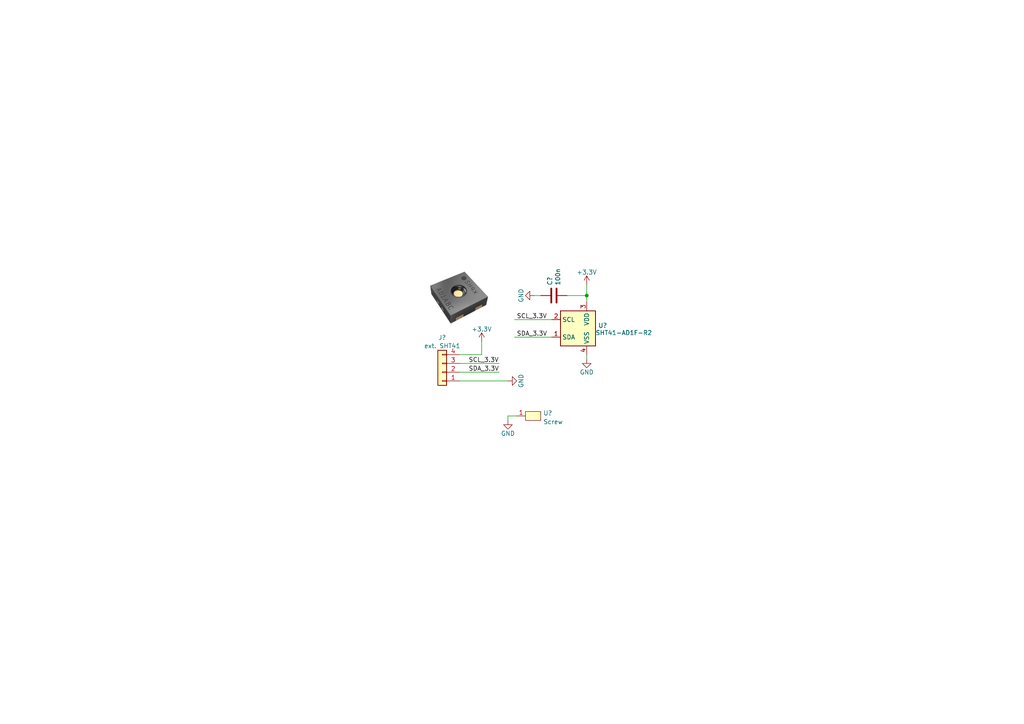
<source format=kicad_sch>
(kicad_sch (version 20211123) (generator eeschema)
  (paper "A4")
  (lib_symbols
    (symbol "Connector_Generic:Conn_01x04" (pin_names (offset 1.016) hide)
      (property "Reference" "J" (at 0 5.08 0))
      (property "Value" "Conn_01x04" (at 0 -7.62 0))
      (symbol "Conn_01x04_1_1"
        (rectangle (start -1.27 -4.953) (end 0 -5.207) (stroke (width 0.1524)))
        (rectangle (start -1.27 -2.413) (end 0 -2.667) (stroke (width 0.1524)))
        (rectangle (start -1.27 0.127) (end 0 -0.127) (stroke (width 0.1524)))
        (rectangle (start -1.27 2.667) (end 0 2.413) (stroke (width 0.1524)))
        (rectangle (start -1.27 3.81) (end 1.27 -6.35) (stroke (width 0.254)) (fill (type background)))
        (pin passive line (at -5.08 2.54 0) (length 3.81) (name "Pin_1") (number "1"))
        (pin passive line (at -5.08 0 0) (length 3.81) (name "Pin_2") (number "2"))
        (pin passive line (at -5.08 -2.54 0) (length 3.81) (name "Pin_3") (number "3"))
        (pin passive line (at -5.08 -5.08 0) (length 3.81) (name "Pin_4") (number "4"))
      )
    )
    (symbol "Device:C" (pin_numbers hide) (pin_names (offset 0.254))
      (property "Reference" "C" (at 0.635 2.54 0))
      (property "Value" "C" (at 0.635 -2.54 0))
      (symbol "C_0_1"
        (polyline (pts (xy -2.032 -0.762) (xy 2.032 -0.762)) (stroke (width 0.508)))
        (polyline (pts (xy -2.032 0.762) (xy 2.032 0.762)) (stroke (width 0.508)))
      )
      (symbol "C_1_1"
        (pin passive line (at 0 3.81 270) (length 2.794) (name "~") (number "1"))
        (pin passive line (at 0 -3.81 90) (length 2.794) (name "~") (number "2"))
      )
    )
    (symbol "Sensor_Humidity:SHT4x"
      (property "Reference" "U" (at 0 8.89 0))
      (property "Value" "SHT4x" (at 0 6.35 0))
      (symbol "SHT4x_1_1"
        (rectangle (start -5.08 5.08) (end 5.08 -5.08) (stroke (width 0.254)) (fill (type background)))
        (pin bidirectional line (at -7.62 -2.54 0) (length 2.54) (name "SDA") (number "1"))
        (pin input line (at -7.62 2.54 0) (length 2.54) (name "SCL") (number "2"))
        (pin power_in line (at 2.54 7.62 270) (length 2.54) (name "VDD") (number "3"))
        (pin power_in line (at 2.54 -7.62 90) (length 2.54) (name "VSS") (number "4"))
      )
    )
    (symbol "_symbols:Via_ScrewHole_3mm"
      (property "Reference" "U" (at 0 4.445 0))
      (property "Value" "Via_ScrewHole_3mm" (at 0 2.54 0))
      (symbol "Via_ScrewHole_3mm_0_1"
        (rectangle (start -2.54 1.27) (end 1.905 -1.27) (stroke (width 0.1524)) (fill (type background)))
      )
      (symbol "Via_ScrewHole_3mm_1_1"
        (pin passive line (at -5.08 0 0) (length 2.54) (name "") (number "1"))
      )
    )
    (symbol "power:+3.3V" (power) (pin_names (offset 0))
      (property "Value" "+3.3V" (at 0 3.556 0))
      (symbol "+3.3V_0_1"
        (polyline (pts (xy -0.762 1.27) (xy 0 2.54)))
        (polyline (pts (xy 0 0) (xy 0 2.54)))
        (polyline (pts (xy 0 2.54) (xy 0.762 1.27)))
      )
      (symbol "+3.3V_1_1"
        (pin power_in line (at 0 0 90) (length 0) hide (name "+3.3V") (number "1"))
      )
    )
    (symbol "power:GND" (power) (pin_names (offset 0))
      (property "Value" "GND" (at 0 -3.81 0))
      (symbol "GND_0_1"
        (polyline (pts (xy 0 0) (xy 0 -1.27) (xy 1.27 -1.27) (xy 0 -2.54) (xy -1.27 -1.27) (xy 0 -1.27)))
      )
      (symbol "GND_1_1"
        (pin power_in line (at 0 0 270) (length 0) hide (name "GND") (number "1"))
      )
    )
  )
  (junction (at 170.18 85.725))
  (wire (pts (xy 147.32 120.65) (xy 147.32 121.92)))
  (wire (pts (xy 154.94 85.725) (xy 156.845 85.725)))
  (wire (pts (xy 139.7 102.87) (xy 133.35 102.87)))
  (wire (pts (xy 149.225 92.71) (xy 160.02 92.71)))
  (wire (pts (xy 139.7 99.06) (xy 139.7 102.87)))
  (wire (pts (xy 170.18 85.725) (xy 170.18 87.63)))
  (wire (pts (xy 164.465 85.725) (xy 170.18 85.725)))
  (wire (pts (xy 133.35 105.41) (xy 144.78 105.41)))
  (wire (pts (xy 149.86 120.65) (xy 147.32 120.65)))
  (wire (pts (xy 133.35 110.49) (xy 147.32 110.49)))
  (wire (pts (xy 149.225 97.79) (xy 160.02 97.79)))
  (wire (pts (xy 170.18 85.725) (xy 170.18 82.55)))
  (wire (pts (xy 170.18 102.87) (xy 170.18 104.14)))
  (wire (pts (xy 133.35 107.95) (xy 144.78 107.95)))
  (image (at 132.715 86.36) (scale 0.647108))
  (label "SDA_3.3V" (at 135.89 107.95 0))
  (label "SCL_3.3V" (at 149.86 92.71 0))
  (label "SCL_3.3V" (at 135.89 105.41 0))
  (label "SDA_3.3V" (at 149.86 97.79 0))
  (symbol (lib_id "_symbols:Via_ScrewHole_3mm") (at 154.94 120.65 0) (unit 1)
    (property "Reference" "U?" (at 157.5562 119.8153 0) (effects (justify left)))
    (property "Value" "Screw" (at 157.5562 122.3522 0) (effects (justify left)))
    (property "Footprint" "_footprints:Via_ScrewHole_3mm" (effects hide))
  )
  (symbol (lib_id "Connector_Generic:Conn_01x04") (at 128.27 107.95 180) (unit 1)
    (property "Reference" "J?" (at 128.27 97.9002 0))
    (property "Value" "ext. SHT41" (at 128.27 100.33 0))
    (property "Footprint" "Connector_JST:JST_XH_B4B-XH-A_1x04_P2.50mm_Vertical" (effects hide))
  )
  (symbol (lib_id "power:GND") (at 147.32 121.92 0) (unit 1)
    (property "Reference" "#PWR?" (effects hide))
    (property "Value" "GND" (at 147.32 125.73 0))
  )
  (symbol (lib_id "power:GND") (at 147.32 110.49 90) (unit 1)
    (property "Reference" "#PWR?" (effects hide))
    (property "Value" "GND" (at 151.13 110.49 0))
  )
  (symbol (lib_id "power:+3.3V") (at 139.7 99.06 0) (unit 1)
    (property "Reference" "#PWR?" (effects hide))
    (property "Value" "+3.3V" (at 139.7 95.4842 0))
  )
  (symbol (lib_id "power:+3.3V") (at 170.18 82.55 0) (unit 1)
    (property "Reference" "#PWR?" (effects hide))
    (property "Value" "+3.3V" (at 170.18 78.9742 0))
  )
  (symbol (lib_id "power:GND") (at 154.94 85.725 270) (unit 1)
    (property "Reference" "#PWR?" (effects hide))
    (property "Value" "GND" (at 151.13 85.725 0))
  )
  (symbol (lib_id "Sensor_Humidity:SHT4x") (at 167.64 95.25 0) (unit 1)
    (property "Reference" "U?" (at 173.482 94.4153 0) (effects (justify left)))
    (property "Value" " SHT41-AD1F-R2" (at 172.72 96.52 0) (effects (justify left)))
    (property "Footprint" "Sensor_Humidity:Sensirion_DFN-4_1.5x1.5mm_P0.8mm_SHT4x_NoCentralPad" (effects hide))
    (property "Datasheet" "https://sensirion.com/media/documents/33FD6951/624C4357/Datasheet_SHT4x.pdf" (effects hide))
  )
  (symbol (lib_id "power:GND") (at 170.18 104.14 0) (unit 1)
    (property "Reference" "#PWR?" (effects hide))
    (property "Value" "GND" (at 170.18 107.95 0))
  )
  (symbol (lib_id "Device:C") (at 160.655 85.725 90) (unit 1)
    (property "Reference" "C?" (at 159.4866 82.804 0) (effects (justify left)))
    (property "Value" "100n" (at 161.798 82.804 0) (effects (justify left)))
    (property "Footprint" "Capacitor_SMD:C_0805_2012Metric_Pad1.18x1.45mm_HandSolder" (effects hide))
  )
)
</source>
